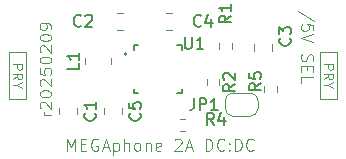
<source format=gto>
G04 #@! TF.GenerationSoftware,KiCad,Pcbnew,9.0.1+1*
G04 #@! TF.CreationDate,2025-11-12T15:12:04+00:00*
G04 #@! TF.ProjectId,high-efficiency_dc-dc_converter,68696768-2d65-4666-9669-6369656e6379,rev?*
G04 #@! TF.SameCoordinates,Original*
G04 #@! TF.FileFunction,Legend,Top*
G04 #@! TF.FilePolarity,Positive*
%FSLAX46Y46*%
G04 Gerber Fmt 4.6, Leading zero omitted, Abs format (unit mm)*
G04 Created by KiCad (PCBNEW 9.0.1+1) date 2025-11-12 15:12:04*
%MOMM*%
%LPD*%
G01*
G04 APERTURE LIST*
%ADD10C,0.100000*%
%ADD11C,0.150000*%
%ADD12C,0.120000*%
%ADD13C,0.127000*%
%ADD14C,0.200000*%
%ADD15R,2.000000X2.540000*%
G04 APERTURE END LIST*
D10*
X53212419Y-44146115D02*
X52545752Y-44146115D01*
X52736228Y-44146115D02*
X52640990Y-44098496D01*
X52640990Y-44098496D02*
X52593371Y-44050877D01*
X52593371Y-44050877D02*
X52545752Y-43955639D01*
X52545752Y-43955639D02*
X52545752Y-43860401D01*
X52307657Y-43574686D02*
X52260038Y-43527067D01*
X52260038Y-43527067D02*
X52212419Y-43431829D01*
X52212419Y-43431829D02*
X52212419Y-43193734D01*
X52212419Y-43193734D02*
X52260038Y-43098496D01*
X52260038Y-43098496D02*
X52307657Y-43050877D01*
X52307657Y-43050877D02*
X52402895Y-43003258D01*
X52402895Y-43003258D02*
X52498133Y-43003258D01*
X52498133Y-43003258D02*
X52640990Y-43050877D01*
X52640990Y-43050877D02*
X53212419Y-43622305D01*
X53212419Y-43622305D02*
X53212419Y-43003258D01*
X52212419Y-42384210D02*
X52212419Y-42288972D01*
X52212419Y-42288972D02*
X52260038Y-42193734D01*
X52260038Y-42193734D02*
X52307657Y-42146115D01*
X52307657Y-42146115D02*
X52402895Y-42098496D01*
X52402895Y-42098496D02*
X52593371Y-42050877D01*
X52593371Y-42050877D02*
X52831466Y-42050877D01*
X52831466Y-42050877D02*
X53021942Y-42098496D01*
X53021942Y-42098496D02*
X53117180Y-42146115D01*
X53117180Y-42146115D02*
X53164800Y-42193734D01*
X53164800Y-42193734D02*
X53212419Y-42288972D01*
X53212419Y-42288972D02*
X53212419Y-42384210D01*
X53212419Y-42384210D02*
X53164800Y-42479448D01*
X53164800Y-42479448D02*
X53117180Y-42527067D01*
X53117180Y-42527067D02*
X53021942Y-42574686D01*
X53021942Y-42574686D02*
X52831466Y-42622305D01*
X52831466Y-42622305D02*
X52593371Y-42622305D01*
X52593371Y-42622305D02*
X52402895Y-42574686D01*
X52402895Y-42574686D02*
X52307657Y-42527067D01*
X52307657Y-42527067D02*
X52260038Y-42479448D01*
X52260038Y-42479448D02*
X52212419Y-42384210D01*
X52307657Y-41669924D02*
X52260038Y-41622305D01*
X52260038Y-41622305D02*
X52212419Y-41527067D01*
X52212419Y-41527067D02*
X52212419Y-41288972D01*
X52212419Y-41288972D02*
X52260038Y-41193734D01*
X52260038Y-41193734D02*
X52307657Y-41146115D01*
X52307657Y-41146115D02*
X52402895Y-41098496D01*
X52402895Y-41098496D02*
X52498133Y-41098496D01*
X52498133Y-41098496D02*
X52640990Y-41146115D01*
X52640990Y-41146115D02*
X53212419Y-41717543D01*
X53212419Y-41717543D02*
X53212419Y-41098496D01*
X52212419Y-40193734D02*
X52212419Y-40669924D01*
X52212419Y-40669924D02*
X52688609Y-40717543D01*
X52688609Y-40717543D02*
X52640990Y-40669924D01*
X52640990Y-40669924D02*
X52593371Y-40574686D01*
X52593371Y-40574686D02*
X52593371Y-40336591D01*
X52593371Y-40336591D02*
X52640990Y-40241353D01*
X52640990Y-40241353D02*
X52688609Y-40193734D01*
X52688609Y-40193734D02*
X52783847Y-40146115D01*
X52783847Y-40146115D02*
X53021942Y-40146115D01*
X53021942Y-40146115D02*
X53117180Y-40193734D01*
X53117180Y-40193734D02*
X53164800Y-40241353D01*
X53164800Y-40241353D02*
X53212419Y-40336591D01*
X53212419Y-40336591D02*
X53212419Y-40574686D01*
X53212419Y-40574686D02*
X53164800Y-40669924D01*
X53164800Y-40669924D02*
X53117180Y-40717543D01*
X52212419Y-39527067D02*
X52212419Y-39431829D01*
X52212419Y-39431829D02*
X52260038Y-39336591D01*
X52260038Y-39336591D02*
X52307657Y-39288972D01*
X52307657Y-39288972D02*
X52402895Y-39241353D01*
X52402895Y-39241353D02*
X52593371Y-39193734D01*
X52593371Y-39193734D02*
X52831466Y-39193734D01*
X52831466Y-39193734D02*
X53021942Y-39241353D01*
X53021942Y-39241353D02*
X53117180Y-39288972D01*
X53117180Y-39288972D02*
X53164800Y-39336591D01*
X53164800Y-39336591D02*
X53212419Y-39431829D01*
X53212419Y-39431829D02*
X53212419Y-39527067D01*
X53212419Y-39527067D02*
X53164800Y-39622305D01*
X53164800Y-39622305D02*
X53117180Y-39669924D01*
X53117180Y-39669924D02*
X53021942Y-39717543D01*
X53021942Y-39717543D02*
X52831466Y-39765162D01*
X52831466Y-39765162D02*
X52593371Y-39765162D01*
X52593371Y-39765162D02*
X52402895Y-39717543D01*
X52402895Y-39717543D02*
X52307657Y-39669924D01*
X52307657Y-39669924D02*
X52260038Y-39622305D01*
X52260038Y-39622305D02*
X52212419Y-39527067D01*
X52307657Y-38812781D02*
X52260038Y-38765162D01*
X52260038Y-38765162D02*
X52212419Y-38669924D01*
X52212419Y-38669924D02*
X52212419Y-38431829D01*
X52212419Y-38431829D02*
X52260038Y-38336591D01*
X52260038Y-38336591D02*
X52307657Y-38288972D01*
X52307657Y-38288972D02*
X52402895Y-38241353D01*
X52402895Y-38241353D02*
X52498133Y-38241353D01*
X52498133Y-38241353D02*
X52640990Y-38288972D01*
X52640990Y-38288972D02*
X53212419Y-38860400D01*
X53212419Y-38860400D02*
X53212419Y-38241353D01*
X52212419Y-37622305D02*
X52212419Y-37527067D01*
X52212419Y-37527067D02*
X52260038Y-37431829D01*
X52260038Y-37431829D02*
X52307657Y-37384210D01*
X52307657Y-37384210D02*
X52402895Y-37336591D01*
X52402895Y-37336591D02*
X52593371Y-37288972D01*
X52593371Y-37288972D02*
X52831466Y-37288972D01*
X52831466Y-37288972D02*
X53021942Y-37336591D01*
X53021942Y-37336591D02*
X53117180Y-37384210D01*
X53117180Y-37384210D02*
X53164800Y-37431829D01*
X53164800Y-37431829D02*
X53212419Y-37527067D01*
X53212419Y-37527067D02*
X53212419Y-37622305D01*
X53212419Y-37622305D02*
X53164800Y-37717543D01*
X53164800Y-37717543D02*
X53117180Y-37765162D01*
X53117180Y-37765162D02*
X53021942Y-37812781D01*
X53021942Y-37812781D02*
X52831466Y-37860400D01*
X52831466Y-37860400D02*
X52593371Y-37860400D01*
X52593371Y-37860400D02*
X52402895Y-37812781D01*
X52402895Y-37812781D02*
X52307657Y-37765162D01*
X52307657Y-37765162D02*
X52260038Y-37717543D01*
X52260038Y-37717543D02*
X52212419Y-37622305D01*
X53212419Y-36812781D02*
X53212419Y-36622305D01*
X53212419Y-36622305D02*
X53164800Y-36527067D01*
X53164800Y-36527067D02*
X53117180Y-36479448D01*
X53117180Y-36479448D02*
X52974323Y-36384210D01*
X52974323Y-36384210D02*
X52783847Y-36336591D01*
X52783847Y-36336591D02*
X52402895Y-36336591D01*
X52402895Y-36336591D02*
X52307657Y-36384210D01*
X52307657Y-36384210D02*
X52260038Y-36431829D01*
X52260038Y-36431829D02*
X52212419Y-36527067D01*
X52212419Y-36527067D02*
X52212419Y-36717543D01*
X52212419Y-36717543D02*
X52260038Y-36812781D01*
X52260038Y-36812781D02*
X52307657Y-36860400D01*
X52307657Y-36860400D02*
X52402895Y-36908019D01*
X52402895Y-36908019D02*
X52640990Y-36908019D01*
X52640990Y-36908019D02*
X52736228Y-36860400D01*
X52736228Y-36860400D02*
X52783847Y-36812781D01*
X52783847Y-36812781D02*
X52831466Y-36717543D01*
X52831466Y-36717543D02*
X52831466Y-36527067D01*
X52831466Y-36527067D02*
X52783847Y-36431829D01*
X52783847Y-36431829D02*
X52736228Y-36384210D01*
X52736228Y-36384210D02*
X52640990Y-36336591D01*
X75419891Y-36144333D02*
X74134176Y-35287191D01*
X75372271Y-36953857D02*
X75372271Y-36477667D01*
X75372271Y-36477667D02*
X74896081Y-36430048D01*
X74896081Y-36430048D02*
X74943700Y-36477667D01*
X74943700Y-36477667D02*
X74991319Y-36572905D01*
X74991319Y-36572905D02*
X74991319Y-36811000D01*
X74991319Y-36811000D02*
X74943700Y-36906238D01*
X74943700Y-36906238D02*
X74896081Y-36953857D01*
X74896081Y-36953857D02*
X74800843Y-37001476D01*
X74800843Y-37001476D02*
X74562748Y-37001476D01*
X74562748Y-37001476D02*
X74467510Y-36953857D01*
X74467510Y-36953857D02*
X74419891Y-36906238D01*
X74419891Y-36906238D02*
X74372271Y-36811000D01*
X74372271Y-36811000D02*
X74372271Y-36572905D01*
X74372271Y-36572905D02*
X74419891Y-36477667D01*
X74419891Y-36477667D02*
X74467510Y-36430048D01*
X75372271Y-37287191D02*
X74372271Y-37620524D01*
X74372271Y-37620524D02*
X75372271Y-37953857D01*
X74419891Y-39001477D02*
X74372271Y-39144334D01*
X74372271Y-39144334D02*
X74372271Y-39382429D01*
X74372271Y-39382429D02*
X74419891Y-39477667D01*
X74419891Y-39477667D02*
X74467510Y-39525286D01*
X74467510Y-39525286D02*
X74562748Y-39572905D01*
X74562748Y-39572905D02*
X74657986Y-39572905D01*
X74657986Y-39572905D02*
X74753224Y-39525286D01*
X74753224Y-39525286D02*
X74800843Y-39477667D01*
X74800843Y-39477667D02*
X74848462Y-39382429D01*
X74848462Y-39382429D02*
X74896081Y-39191953D01*
X74896081Y-39191953D02*
X74943700Y-39096715D01*
X74943700Y-39096715D02*
X74991319Y-39049096D01*
X74991319Y-39049096D02*
X75086557Y-39001477D01*
X75086557Y-39001477D02*
X75181795Y-39001477D01*
X75181795Y-39001477D02*
X75277033Y-39049096D01*
X75277033Y-39049096D02*
X75324652Y-39096715D01*
X75324652Y-39096715D02*
X75372271Y-39191953D01*
X75372271Y-39191953D02*
X75372271Y-39430048D01*
X75372271Y-39430048D02*
X75324652Y-39572905D01*
X74896081Y-40001477D02*
X74896081Y-40334810D01*
X74372271Y-40477667D02*
X74372271Y-40001477D01*
X74372271Y-40001477D02*
X75372271Y-40001477D01*
X75372271Y-40001477D02*
X75372271Y-40477667D01*
X74372271Y-41382429D02*
X74372271Y-40906239D01*
X74372271Y-40906239D02*
X75372271Y-40906239D01*
X54563884Y-47152419D02*
X54563884Y-46152419D01*
X54563884Y-46152419D02*
X54897217Y-46866704D01*
X54897217Y-46866704D02*
X55230550Y-46152419D01*
X55230550Y-46152419D02*
X55230550Y-47152419D01*
X55706741Y-46628609D02*
X56040074Y-46628609D01*
X56182931Y-47152419D02*
X55706741Y-47152419D01*
X55706741Y-47152419D02*
X55706741Y-46152419D01*
X55706741Y-46152419D02*
X56182931Y-46152419D01*
X57135312Y-46200038D02*
X57040074Y-46152419D01*
X57040074Y-46152419D02*
X56897217Y-46152419D01*
X56897217Y-46152419D02*
X56754360Y-46200038D01*
X56754360Y-46200038D02*
X56659122Y-46295276D01*
X56659122Y-46295276D02*
X56611503Y-46390514D01*
X56611503Y-46390514D02*
X56563884Y-46580990D01*
X56563884Y-46580990D02*
X56563884Y-46723847D01*
X56563884Y-46723847D02*
X56611503Y-46914323D01*
X56611503Y-46914323D02*
X56659122Y-47009561D01*
X56659122Y-47009561D02*
X56754360Y-47104800D01*
X56754360Y-47104800D02*
X56897217Y-47152419D01*
X56897217Y-47152419D02*
X56992455Y-47152419D01*
X56992455Y-47152419D02*
X57135312Y-47104800D01*
X57135312Y-47104800D02*
X57182931Y-47057180D01*
X57182931Y-47057180D02*
X57182931Y-46723847D01*
X57182931Y-46723847D02*
X56992455Y-46723847D01*
X57563884Y-46866704D02*
X58040074Y-46866704D01*
X57468646Y-47152419D02*
X57801979Y-46152419D01*
X57801979Y-46152419D02*
X58135312Y-47152419D01*
X58468646Y-46485752D02*
X58468646Y-47485752D01*
X58468646Y-46533371D02*
X58563884Y-46485752D01*
X58563884Y-46485752D02*
X58754360Y-46485752D01*
X58754360Y-46485752D02*
X58849598Y-46533371D01*
X58849598Y-46533371D02*
X58897217Y-46580990D01*
X58897217Y-46580990D02*
X58944836Y-46676228D01*
X58944836Y-46676228D02*
X58944836Y-46961942D01*
X58944836Y-46961942D02*
X58897217Y-47057180D01*
X58897217Y-47057180D02*
X58849598Y-47104800D01*
X58849598Y-47104800D02*
X58754360Y-47152419D01*
X58754360Y-47152419D02*
X58563884Y-47152419D01*
X58563884Y-47152419D02*
X58468646Y-47104800D01*
X59373408Y-47152419D02*
X59373408Y-46152419D01*
X59801979Y-47152419D02*
X59801979Y-46628609D01*
X59801979Y-46628609D02*
X59754360Y-46533371D01*
X59754360Y-46533371D02*
X59659122Y-46485752D01*
X59659122Y-46485752D02*
X59516265Y-46485752D01*
X59516265Y-46485752D02*
X59421027Y-46533371D01*
X59421027Y-46533371D02*
X59373408Y-46580990D01*
X60421027Y-47152419D02*
X60325789Y-47104800D01*
X60325789Y-47104800D02*
X60278170Y-47057180D01*
X60278170Y-47057180D02*
X60230551Y-46961942D01*
X60230551Y-46961942D02*
X60230551Y-46676228D01*
X60230551Y-46676228D02*
X60278170Y-46580990D01*
X60278170Y-46580990D02*
X60325789Y-46533371D01*
X60325789Y-46533371D02*
X60421027Y-46485752D01*
X60421027Y-46485752D02*
X60563884Y-46485752D01*
X60563884Y-46485752D02*
X60659122Y-46533371D01*
X60659122Y-46533371D02*
X60706741Y-46580990D01*
X60706741Y-46580990D02*
X60754360Y-46676228D01*
X60754360Y-46676228D02*
X60754360Y-46961942D01*
X60754360Y-46961942D02*
X60706741Y-47057180D01*
X60706741Y-47057180D02*
X60659122Y-47104800D01*
X60659122Y-47104800D02*
X60563884Y-47152419D01*
X60563884Y-47152419D02*
X60421027Y-47152419D01*
X61182932Y-46485752D02*
X61182932Y-47152419D01*
X61182932Y-46580990D02*
X61230551Y-46533371D01*
X61230551Y-46533371D02*
X61325789Y-46485752D01*
X61325789Y-46485752D02*
X61468646Y-46485752D01*
X61468646Y-46485752D02*
X61563884Y-46533371D01*
X61563884Y-46533371D02*
X61611503Y-46628609D01*
X61611503Y-46628609D02*
X61611503Y-47152419D01*
X62468646Y-47104800D02*
X62373408Y-47152419D01*
X62373408Y-47152419D02*
X62182932Y-47152419D01*
X62182932Y-47152419D02*
X62087694Y-47104800D01*
X62087694Y-47104800D02*
X62040075Y-47009561D01*
X62040075Y-47009561D02*
X62040075Y-46628609D01*
X62040075Y-46628609D02*
X62087694Y-46533371D01*
X62087694Y-46533371D02*
X62182932Y-46485752D01*
X62182932Y-46485752D02*
X62373408Y-46485752D01*
X62373408Y-46485752D02*
X62468646Y-46533371D01*
X62468646Y-46533371D02*
X62516265Y-46628609D01*
X62516265Y-46628609D02*
X62516265Y-46723847D01*
X62516265Y-46723847D02*
X62040075Y-46819085D01*
X63659123Y-46247657D02*
X63706742Y-46200038D01*
X63706742Y-46200038D02*
X63801980Y-46152419D01*
X63801980Y-46152419D02*
X64040075Y-46152419D01*
X64040075Y-46152419D02*
X64135313Y-46200038D01*
X64135313Y-46200038D02*
X64182932Y-46247657D01*
X64182932Y-46247657D02*
X64230551Y-46342895D01*
X64230551Y-46342895D02*
X64230551Y-46438133D01*
X64230551Y-46438133D02*
X64182932Y-46580990D01*
X64182932Y-46580990D02*
X63611504Y-47152419D01*
X63611504Y-47152419D02*
X64230551Y-47152419D01*
X64611504Y-46866704D02*
X65087694Y-46866704D01*
X64516266Y-47152419D02*
X64849599Y-46152419D01*
X64849599Y-46152419D02*
X65182932Y-47152419D01*
X66278171Y-47152419D02*
X66278171Y-46152419D01*
X66278171Y-46152419D02*
X66516266Y-46152419D01*
X66516266Y-46152419D02*
X66659123Y-46200038D01*
X66659123Y-46200038D02*
X66754361Y-46295276D01*
X66754361Y-46295276D02*
X66801980Y-46390514D01*
X66801980Y-46390514D02*
X66849599Y-46580990D01*
X66849599Y-46580990D02*
X66849599Y-46723847D01*
X66849599Y-46723847D02*
X66801980Y-46914323D01*
X66801980Y-46914323D02*
X66754361Y-47009561D01*
X66754361Y-47009561D02*
X66659123Y-47104800D01*
X66659123Y-47104800D02*
X66516266Y-47152419D01*
X66516266Y-47152419D02*
X66278171Y-47152419D01*
X67849599Y-47057180D02*
X67801980Y-47104800D01*
X67801980Y-47104800D02*
X67659123Y-47152419D01*
X67659123Y-47152419D02*
X67563885Y-47152419D01*
X67563885Y-47152419D02*
X67421028Y-47104800D01*
X67421028Y-47104800D02*
X67325790Y-47009561D01*
X67325790Y-47009561D02*
X67278171Y-46914323D01*
X67278171Y-46914323D02*
X67230552Y-46723847D01*
X67230552Y-46723847D02*
X67230552Y-46580990D01*
X67230552Y-46580990D02*
X67278171Y-46390514D01*
X67278171Y-46390514D02*
X67325790Y-46295276D01*
X67325790Y-46295276D02*
X67421028Y-46200038D01*
X67421028Y-46200038D02*
X67563885Y-46152419D01*
X67563885Y-46152419D02*
X67659123Y-46152419D01*
X67659123Y-46152419D02*
X67801980Y-46200038D01*
X67801980Y-46200038D02*
X67849599Y-46247657D01*
X68278171Y-47057180D02*
X68325790Y-47104800D01*
X68325790Y-47104800D02*
X68278171Y-47152419D01*
X68278171Y-47152419D02*
X68230552Y-47104800D01*
X68230552Y-47104800D02*
X68278171Y-47057180D01*
X68278171Y-47057180D02*
X68278171Y-47152419D01*
X68278171Y-46533371D02*
X68325790Y-46580990D01*
X68325790Y-46580990D02*
X68278171Y-46628609D01*
X68278171Y-46628609D02*
X68230552Y-46580990D01*
X68230552Y-46580990D02*
X68278171Y-46533371D01*
X68278171Y-46533371D02*
X68278171Y-46628609D01*
X68754361Y-47152419D02*
X68754361Y-46152419D01*
X68754361Y-46152419D02*
X68992456Y-46152419D01*
X68992456Y-46152419D02*
X69135313Y-46200038D01*
X69135313Y-46200038D02*
X69230551Y-46295276D01*
X69230551Y-46295276D02*
X69278170Y-46390514D01*
X69278170Y-46390514D02*
X69325789Y-46580990D01*
X69325789Y-46580990D02*
X69325789Y-46723847D01*
X69325789Y-46723847D02*
X69278170Y-46914323D01*
X69278170Y-46914323D02*
X69230551Y-47009561D01*
X69230551Y-47009561D02*
X69135313Y-47104800D01*
X69135313Y-47104800D02*
X68992456Y-47152419D01*
X68992456Y-47152419D02*
X68754361Y-47152419D01*
X70325789Y-47057180D02*
X70278170Y-47104800D01*
X70278170Y-47104800D02*
X70135313Y-47152419D01*
X70135313Y-47152419D02*
X70040075Y-47152419D01*
X70040075Y-47152419D02*
X69897218Y-47104800D01*
X69897218Y-47104800D02*
X69801980Y-47009561D01*
X69801980Y-47009561D02*
X69754361Y-46914323D01*
X69754361Y-46914323D02*
X69706742Y-46723847D01*
X69706742Y-46723847D02*
X69706742Y-46580990D01*
X69706742Y-46580990D02*
X69754361Y-46390514D01*
X69754361Y-46390514D02*
X69801980Y-46295276D01*
X69801980Y-46295276D02*
X69897218Y-46200038D01*
X69897218Y-46200038D02*
X70040075Y-46152419D01*
X70040075Y-46152419D02*
X70135313Y-46152419D01*
X70135313Y-46152419D02*
X70278170Y-46200038D01*
X70278170Y-46200038D02*
X70325789Y-46247657D01*
D11*
X60684580Y-43981666D02*
X60732200Y-44029285D01*
X60732200Y-44029285D02*
X60779819Y-44172142D01*
X60779819Y-44172142D02*
X60779819Y-44267380D01*
X60779819Y-44267380D02*
X60732200Y-44410237D01*
X60732200Y-44410237D02*
X60636961Y-44505475D01*
X60636961Y-44505475D02*
X60541723Y-44553094D01*
X60541723Y-44553094D02*
X60351247Y-44600713D01*
X60351247Y-44600713D02*
X60208390Y-44600713D01*
X60208390Y-44600713D02*
X60017914Y-44553094D01*
X60017914Y-44553094D02*
X59922676Y-44505475D01*
X59922676Y-44505475D02*
X59827438Y-44410237D01*
X59827438Y-44410237D02*
X59779819Y-44267380D01*
X59779819Y-44267380D02*
X59779819Y-44172142D01*
X59779819Y-44172142D02*
X59827438Y-44029285D01*
X59827438Y-44029285D02*
X59875057Y-43981666D01*
X59779819Y-43076904D02*
X59779819Y-43553094D01*
X59779819Y-43553094D02*
X60256009Y-43600713D01*
X60256009Y-43600713D02*
X60208390Y-43553094D01*
X60208390Y-43553094D02*
X60160771Y-43457856D01*
X60160771Y-43457856D02*
X60160771Y-43219761D01*
X60160771Y-43219761D02*
X60208390Y-43124523D01*
X60208390Y-43124523D02*
X60256009Y-43076904D01*
X60256009Y-43076904D02*
X60351247Y-43029285D01*
X60351247Y-43029285D02*
X60589342Y-43029285D01*
X60589342Y-43029285D02*
X60684580Y-43076904D01*
X60684580Y-43076904D02*
X60732200Y-43124523D01*
X60732200Y-43124523D02*
X60779819Y-43219761D01*
X60779819Y-43219761D02*
X60779819Y-43457856D01*
X60779819Y-43457856D02*
X60732200Y-43553094D01*
X60732200Y-43553094D02*
X60684580Y-43600713D01*
X70944819Y-41446666D02*
X70468628Y-41779999D01*
X70944819Y-42018094D02*
X69944819Y-42018094D01*
X69944819Y-42018094D02*
X69944819Y-41637142D01*
X69944819Y-41637142D02*
X69992438Y-41541904D01*
X69992438Y-41541904D02*
X70040057Y-41494285D01*
X70040057Y-41494285D02*
X70135295Y-41446666D01*
X70135295Y-41446666D02*
X70278152Y-41446666D01*
X70278152Y-41446666D02*
X70373390Y-41494285D01*
X70373390Y-41494285D02*
X70421009Y-41541904D01*
X70421009Y-41541904D02*
X70468628Y-41637142D01*
X70468628Y-41637142D02*
X70468628Y-42018094D01*
X69944819Y-40541904D02*
X69944819Y-41018094D01*
X69944819Y-41018094D02*
X70421009Y-41065713D01*
X70421009Y-41065713D02*
X70373390Y-41018094D01*
X70373390Y-41018094D02*
X70325771Y-40922856D01*
X70325771Y-40922856D02*
X70325771Y-40684761D01*
X70325771Y-40684761D02*
X70373390Y-40589523D01*
X70373390Y-40589523D02*
X70421009Y-40541904D01*
X70421009Y-40541904D02*
X70516247Y-40494285D01*
X70516247Y-40494285D02*
X70754342Y-40494285D01*
X70754342Y-40494285D02*
X70849580Y-40541904D01*
X70849580Y-40541904D02*
X70897200Y-40589523D01*
X70897200Y-40589523D02*
X70944819Y-40684761D01*
X70944819Y-40684761D02*
X70944819Y-40922856D01*
X70944819Y-40922856D02*
X70897200Y-41018094D01*
X70897200Y-41018094D02*
X70849580Y-41065713D01*
X64508095Y-37534819D02*
X64508095Y-38344342D01*
X64508095Y-38344342D02*
X64555714Y-38439580D01*
X64555714Y-38439580D02*
X64603333Y-38487200D01*
X64603333Y-38487200D02*
X64698571Y-38534819D01*
X64698571Y-38534819D02*
X64889047Y-38534819D01*
X64889047Y-38534819D02*
X64984285Y-38487200D01*
X64984285Y-38487200D02*
X65031904Y-38439580D01*
X65031904Y-38439580D02*
X65079523Y-38344342D01*
X65079523Y-38344342D02*
X65079523Y-37534819D01*
X66079523Y-38534819D02*
X65508095Y-38534819D01*
X65793809Y-38534819D02*
X65793809Y-37534819D01*
X65793809Y-37534819D02*
X65698571Y-37677676D01*
X65698571Y-37677676D02*
X65603333Y-37772914D01*
X65603333Y-37772914D02*
X65508095Y-37820533D01*
X56874580Y-43981666D02*
X56922200Y-44029285D01*
X56922200Y-44029285D02*
X56969819Y-44172142D01*
X56969819Y-44172142D02*
X56969819Y-44267380D01*
X56969819Y-44267380D02*
X56922200Y-44410237D01*
X56922200Y-44410237D02*
X56826961Y-44505475D01*
X56826961Y-44505475D02*
X56731723Y-44553094D01*
X56731723Y-44553094D02*
X56541247Y-44600713D01*
X56541247Y-44600713D02*
X56398390Y-44600713D01*
X56398390Y-44600713D02*
X56207914Y-44553094D01*
X56207914Y-44553094D02*
X56112676Y-44505475D01*
X56112676Y-44505475D02*
X56017438Y-44410237D01*
X56017438Y-44410237D02*
X55969819Y-44267380D01*
X55969819Y-44267380D02*
X55969819Y-44172142D01*
X55969819Y-44172142D02*
X56017438Y-44029285D01*
X56017438Y-44029285D02*
X56065057Y-43981666D01*
X56969819Y-43029285D02*
X56969819Y-43600713D01*
X56969819Y-43314999D02*
X55969819Y-43314999D01*
X55969819Y-43314999D02*
X56112676Y-43410237D01*
X56112676Y-43410237D02*
X56207914Y-43505475D01*
X56207914Y-43505475D02*
X56255533Y-43600713D01*
X55713333Y-36554580D02*
X55665714Y-36602200D01*
X55665714Y-36602200D02*
X55522857Y-36649819D01*
X55522857Y-36649819D02*
X55427619Y-36649819D01*
X55427619Y-36649819D02*
X55284762Y-36602200D01*
X55284762Y-36602200D02*
X55189524Y-36506961D01*
X55189524Y-36506961D02*
X55141905Y-36411723D01*
X55141905Y-36411723D02*
X55094286Y-36221247D01*
X55094286Y-36221247D02*
X55094286Y-36078390D01*
X55094286Y-36078390D02*
X55141905Y-35887914D01*
X55141905Y-35887914D02*
X55189524Y-35792676D01*
X55189524Y-35792676D02*
X55284762Y-35697438D01*
X55284762Y-35697438D02*
X55427619Y-35649819D01*
X55427619Y-35649819D02*
X55522857Y-35649819D01*
X55522857Y-35649819D02*
X55665714Y-35697438D01*
X55665714Y-35697438D02*
X55713333Y-35745057D01*
X56094286Y-35745057D02*
X56141905Y-35697438D01*
X56141905Y-35697438D02*
X56237143Y-35649819D01*
X56237143Y-35649819D02*
X56475238Y-35649819D01*
X56475238Y-35649819D02*
X56570476Y-35697438D01*
X56570476Y-35697438D02*
X56618095Y-35745057D01*
X56618095Y-35745057D02*
X56665714Y-35840295D01*
X56665714Y-35840295D02*
X56665714Y-35935533D01*
X56665714Y-35935533D02*
X56618095Y-36078390D01*
X56618095Y-36078390D02*
X56046667Y-36649819D01*
X56046667Y-36649819D02*
X56665714Y-36649819D01*
X65296666Y-42704819D02*
X65296666Y-43419104D01*
X65296666Y-43419104D02*
X65249047Y-43561961D01*
X65249047Y-43561961D02*
X65153809Y-43657200D01*
X65153809Y-43657200D02*
X65010952Y-43704819D01*
X65010952Y-43704819D02*
X64915714Y-43704819D01*
X65772857Y-43704819D02*
X65772857Y-42704819D01*
X65772857Y-42704819D02*
X66153809Y-42704819D01*
X66153809Y-42704819D02*
X66249047Y-42752438D01*
X66249047Y-42752438D02*
X66296666Y-42800057D01*
X66296666Y-42800057D02*
X66344285Y-42895295D01*
X66344285Y-42895295D02*
X66344285Y-43038152D01*
X66344285Y-43038152D02*
X66296666Y-43133390D01*
X66296666Y-43133390D02*
X66249047Y-43181009D01*
X66249047Y-43181009D02*
X66153809Y-43228628D01*
X66153809Y-43228628D02*
X65772857Y-43228628D01*
X67296666Y-43704819D02*
X66725238Y-43704819D01*
X67010952Y-43704819D02*
X67010952Y-42704819D01*
X67010952Y-42704819D02*
X66915714Y-42847676D01*
X66915714Y-42847676D02*
X66820476Y-42942914D01*
X66820476Y-42942914D02*
X66725238Y-42990533D01*
X68764819Y-41516666D02*
X68288628Y-41849999D01*
X68764819Y-42088094D02*
X67764819Y-42088094D01*
X67764819Y-42088094D02*
X67764819Y-41707142D01*
X67764819Y-41707142D02*
X67812438Y-41611904D01*
X67812438Y-41611904D02*
X67860057Y-41564285D01*
X67860057Y-41564285D02*
X67955295Y-41516666D01*
X67955295Y-41516666D02*
X68098152Y-41516666D01*
X68098152Y-41516666D02*
X68193390Y-41564285D01*
X68193390Y-41564285D02*
X68241009Y-41611904D01*
X68241009Y-41611904D02*
X68288628Y-41707142D01*
X68288628Y-41707142D02*
X68288628Y-42088094D01*
X67860057Y-41135713D02*
X67812438Y-41088094D01*
X67812438Y-41088094D02*
X67764819Y-40992856D01*
X67764819Y-40992856D02*
X67764819Y-40754761D01*
X67764819Y-40754761D02*
X67812438Y-40659523D01*
X67812438Y-40659523D02*
X67860057Y-40611904D01*
X67860057Y-40611904D02*
X67955295Y-40564285D01*
X67955295Y-40564285D02*
X68050533Y-40564285D01*
X68050533Y-40564285D02*
X68193390Y-40611904D01*
X68193390Y-40611904D02*
X68764819Y-41183332D01*
X68764819Y-41183332D02*
X68764819Y-40564285D01*
X65873333Y-36554580D02*
X65825714Y-36602200D01*
X65825714Y-36602200D02*
X65682857Y-36649819D01*
X65682857Y-36649819D02*
X65587619Y-36649819D01*
X65587619Y-36649819D02*
X65444762Y-36602200D01*
X65444762Y-36602200D02*
X65349524Y-36506961D01*
X65349524Y-36506961D02*
X65301905Y-36411723D01*
X65301905Y-36411723D02*
X65254286Y-36221247D01*
X65254286Y-36221247D02*
X65254286Y-36078390D01*
X65254286Y-36078390D02*
X65301905Y-35887914D01*
X65301905Y-35887914D02*
X65349524Y-35792676D01*
X65349524Y-35792676D02*
X65444762Y-35697438D01*
X65444762Y-35697438D02*
X65587619Y-35649819D01*
X65587619Y-35649819D02*
X65682857Y-35649819D01*
X65682857Y-35649819D02*
X65825714Y-35697438D01*
X65825714Y-35697438D02*
X65873333Y-35745057D01*
X66730476Y-35983152D02*
X66730476Y-36649819D01*
X66492381Y-35602200D02*
X66254286Y-36316485D01*
X66254286Y-36316485D02*
X66873333Y-36316485D01*
X66978333Y-44954819D02*
X66645000Y-44478628D01*
X66406905Y-44954819D02*
X66406905Y-43954819D01*
X66406905Y-43954819D02*
X66787857Y-43954819D01*
X66787857Y-43954819D02*
X66883095Y-44002438D01*
X66883095Y-44002438D02*
X66930714Y-44050057D01*
X66930714Y-44050057D02*
X66978333Y-44145295D01*
X66978333Y-44145295D02*
X66978333Y-44288152D01*
X66978333Y-44288152D02*
X66930714Y-44383390D01*
X66930714Y-44383390D02*
X66883095Y-44431009D01*
X66883095Y-44431009D02*
X66787857Y-44478628D01*
X66787857Y-44478628D02*
X66406905Y-44478628D01*
X67835476Y-44288152D02*
X67835476Y-44954819D01*
X67597381Y-43907200D02*
X67359286Y-44621485D01*
X67359286Y-44621485D02*
X67978333Y-44621485D01*
X68399819Y-35726666D02*
X67923628Y-36059999D01*
X68399819Y-36298094D02*
X67399819Y-36298094D01*
X67399819Y-36298094D02*
X67399819Y-35917142D01*
X67399819Y-35917142D02*
X67447438Y-35821904D01*
X67447438Y-35821904D02*
X67495057Y-35774285D01*
X67495057Y-35774285D02*
X67590295Y-35726666D01*
X67590295Y-35726666D02*
X67733152Y-35726666D01*
X67733152Y-35726666D02*
X67828390Y-35774285D01*
X67828390Y-35774285D02*
X67876009Y-35821904D01*
X67876009Y-35821904D02*
X67923628Y-35917142D01*
X67923628Y-35917142D02*
X67923628Y-36298094D01*
X68399819Y-34774285D02*
X68399819Y-35345713D01*
X68399819Y-35059999D02*
X67399819Y-35059999D01*
X67399819Y-35059999D02*
X67542676Y-35155237D01*
X67542676Y-35155237D02*
X67637914Y-35250475D01*
X67637914Y-35250475D02*
X67685533Y-35345713D01*
X55554819Y-39731666D02*
X55554819Y-40207856D01*
X55554819Y-40207856D02*
X54554819Y-40207856D01*
X55554819Y-38874523D02*
X55554819Y-39445951D01*
X55554819Y-39160237D02*
X54554819Y-39160237D01*
X54554819Y-39160237D02*
X54697676Y-39255475D01*
X54697676Y-39255475D02*
X54792914Y-39350713D01*
X54792914Y-39350713D02*
X54840533Y-39445951D01*
X73384580Y-37631666D02*
X73432200Y-37679285D01*
X73432200Y-37679285D02*
X73479819Y-37822142D01*
X73479819Y-37822142D02*
X73479819Y-37917380D01*
X73479819Y-37917380D02*
X73432200Y-38060237D01*
X73432200Y-38060237D02*
X73336961Y-38155475D01*
X73336961Y-38155475D02*
X73241723Y-38203094D01*
X73241723Y-38203094D02*
X73051247Y-38250713D01*
X73051247Y-38250713D02*
X72908390Y-38250713D01*
X72908390Y-38250713D02*
X72717914Y-38203094D01*
X72717914Y-38203094D02*
X72622676Y-38155475D01*
X72622676Y-38155475D02*
X72527438Y-38060237D01*
X72527438Y-38060237D02*
X72479819Y-37917380D01*
X72479819Y-37917380D02*
X72479819Y-37822142D01*
X72479819Y-37822142D02*
X72527438Y-37679285D01*
X72527438Y-37679285D02*
X72575057Y-37631666D01*
X72479819Y-37298332D02*
X72479819Y-36679285D01*
X72479819Y-36679285D02*
X72860771Y-37012618D01*
X72860771Y-37012618D02*
X72860771Y-36869761D01*
X72860771Y-36869761D02*
X72908390Y-36774523D01*
X72908390Y-36774523D02*
X72956009Y-36726904D01*
X72956009Y-36726904D02*
X73051247Y-36679285D01*
X73051247Y-36679285D02*
X73289342Y-36679285D01*
X73289342Y-36679285D02*
X73384580Y-36726904D01*
X73384580Y-36726904D02*
X73432200Y-36774523D01*
X73432200Y-36774523D02*
X73479819Y-36869761D01*
X73479819Y-36869761D02*
X73479819Y-37155475D01*
X73479819Y-37155475D02*
X73432200Y-37250713D01*
X73432200Y-37250713D02*
X73384580Y-37298332D01*
D10*
X76273104Y-39832619D02*
X77073104Y-39832619D01*
X77073104Y-39832619D02*
X77073104Y-40137381D01*
X77073104Y-40137381D02*
X77035009Y-40213571D01*
X77035009Y-40213571D02*
X76996914Y-40251666D01*
X76996914Y-40251666D02*
X76920723Y-40289762D01*
X76920723Y-40289762D02*
X76806438Y-40289762D01*
X76806438Y-40289762D02*
X76730247Y-40251666D01*
X76730247Y-40251666D02*
X76692152Y-40213571D01*
X76692152Y-40213571D02*
X76654057Y-40137381D01*
X76654057Y-40137381D02*
X76654057Y-39832619D01*
X76273104Y-41089762D02*
X76654057Y-40823095D01*
X76273104Y-40632619D02*
X77073104Y-40632619D01*
X77073104Y-40632619D02*
X77073104Y-40937381D01*
X77073104Y-40937381D02*
X77035009Y-41013571D01*
X77035009Y-41013571D02*
X76996914Y-41051666D01*
X76996914Y-41051666D02*
X76920723Y-41089762D01*
X76920723Y-41089762D02*
X76806438Y-41089762D01*
X76806438Y-41089762D02*
X76730247Y-41051666D01*
X76730247Y-41051666D02*
X76692152Y-41013571D01*
X76692152Y-41013571D02*
X76654057Y-40937381D01*
X76654057Y-40937381D02*
X76654057Y-40632619D01*
X76654057Y-41585000D02*
X76273104Y-41585000D01*
X77073104Y-41318333D02*
X76654057Y-41585000D01*
X76654057Y-41585000D02*
X77073104Y-41851666D01*
X49933104Y-39832619D02*
X50733104Y-39832619D01*
X50733104Y-39832619D02*
X50733104Y-40137381D01*
X50733104Y-40137381D02*
X50695009Y-40213571D01*
X50695009Y-40213571D02*
X50656914Y-40251666D01*
X50656914Y-40251666D02*
X50580723Y-40289762D01*
X50580723Y-40289762D02*
X50466438Y-40289762D01*
X50466438Y-40289762D02*
X50390247Y-40251666D01*
X50390247Y-40251666D02*
X50352152Y-40213571D01*
X50352152Y-40213571D02*
X50314057Y-40137381D01*
X50314057Y-40137381D02*
X50314057Y-39832619D01*
X49933104Y-41089762D02*
X50314057Y-40823095D01*
X49933104Y-40632619D02*
X50733104Y-40632619D01*
X50733104Y-40632619D02*
X50733104Y-40937381D01*
X50733104Y-40937381D02*
X50695009Y-41013571D01*
X50695009Y-41013571D02*
X50656914Y-41051666D01*
X50656914Y-41051666D02*
X50580723Y-41089762D01*
X50580723Y-41089762D02*
X50466438Y-41089762D01*
X50466438Y-41089762D02*
X50390247Y-41051666D01*
X50390247Y-41051666D02*
X50352152Y-41013571D01*
X50352152Y-41013571D02*
X50314057Y-40937381D01*
X50314057Y-40937381D02*
X50314057Y-40632619D01*
X50314057Y-41585000D02*
X49933104Y-41585000D01*
X50733104Y-41318333D02*
X50314057Y-41585000D01*
X50314057Y-41585000D02*
X50733104Y-41851666D01*
D12*
X57685000Y-44076252D02*
X57685000Y-43553748D01*
X59155000Y-44076252D02*
X59155000Y-43553748D01*
X71232500Y-41672742D02*
X71232500Y-42147258D01*
X72277500Y-41672742D02*
X72277500Y-42147258D01*
D13*
X60235000Y-38245000D02*
X60235000Y-38595000D01*
X60235000Y-38245000D02*
X60585000Y-38245000D01*
X60235000Y-42245000D02*
X60235000Y-41895000D01*
X60235000Y-42245000D02*
X60585000Y-42245000D01*
X64235000Y-38245000D02*
X63885000Y-38245000D01*
X64235000Y-38245000D02*
X64235000Y-38595000D01*
X64235000Y-42245000D02*
X63885000Y-42245000D01*
X64235000Y-42245000D02*
X64235000Y-41895000D01*
D14*
X59570000Y-38975000D02*
G75*
G02*
X59370000Y-38975000I-100000J0D01*
G01*
X59370000Y-38975000D02*
G75*
G02*
X59570000Y-38975000I100000J0D01*
G01*
D12*
X53875000Y-44076252D02*
X53875000Y-43553748D01*
X55345000Y-44076252D02*
X55345000Y-43553748D01*
X59316252Y-35460000D02*
X58793748Y-35460000D01*
X59316252Y-36930000D02*
X58793748Y-36930000D01*
X67920000Y-43550000D02*
X67920000Y-42950000D01*
X68620000Y-42250000D02*
X70020000Y-42250000D01*
X70020000Y-44250000D02*
X68620000Y-44250000D01*
X70720000Y-42950000D02*
X70720000Y-43550000D01*
X67920000Y-42950000D02*
G75*
G02*
X68620000Y-42250000I699999J1D01*
G01*
X68620000Y-44250000D02*
G75*
G02*
X67920000Y-43550000I-1J699999D01*
G01*
X70020000Y-42250000D02*
G75*
G02*
X70720000Y-42950000I0J-700000D01*
G01*
X70720000Y-43550000D02*
G75*
G02*
X70020000Y-44250000I-700000J0D01*
G01*
X66357500Y-41112742D02*
X66357500Y-41587258D01*
X67402500Y-41112742D02*
X67402500Y-41587258D01*
X62918748Y-35460000D02*
X63441252Y-35460000D01*
X62918748Y-36930000D02*
X63441252Y-36930000D01*
X64062742Y-44437500D02*
X64537258Y-44437500D01*
X64062742Y-45482500D02*
X64537258Y-45482500D01*
X67422500Y-38052742D02*
X67422500Y-38527258D01*
X68467500Y-38052742D02*
X68467500Y-38527258D01*
X56040000Y-39826252D02*
X56040000Y-39303748D01*
X58260000Y-39826252D02*
X58260000Y-39303748D01*
X70385000Y-38153748D02*
X70385000Y-38676252D01*
X71855000Y-38153748D02*
X71855000Y-38676252D01*
D10*
X51079000Y-42769241D02*
X49610000Y-42769241D01*
X49610000Y-38765484D01*
X51079000Y-38765484D01*
X51079000Y-42769241D01*
X75921000Y-42769241D02*
X77390000Y-42769241D01*
X77390000Y-38765484D01*
X75921000Y-38765484D01*
X75921000Y-42769241D01*
%LPC*%
G36*
X69170000Y-42500000D02*
G01*
X69470000Y-42500000D01*
X69470000Y-44000000D01*
X69170000Y-44000000D01*
X69170000Y-42500000D01*
G37*
G36*
G01*
X58895000Y-45265000D02*
X57945000Y-45265000D01*
G75*
G02*
X57695000Y-45015000I0J250000D01*
G01*
X57695000Y-44515000D01*
G75*
G02*
X57945000Y-44265000I250000J0D01*
G01*
X58895000Y-44265000D01*
G75*
G02*
X59145000Y-44515000I0J-250000D01*
G01*
X59145000Y-45015000D01*
G75*
G02*
X58895000Y-45265000I-250000J0D01*
G01*
G37*
G36*
G01*
X58895000Y-43365000D02*
X57945000Y-43365000D01*
G75*
G02*
X57695000Y-43115000I0J250000D01*
G01*
X57695000Y-42615000D01*
G75*
G02*
X57945000Y-42365000I250000J0D01*
G01*
X58895000Y-42365000D01*
G75*
G02*
X59145000Y-42615000I0J-250000D01*
G01*
X59145000Y-43115000D01*
G75*
G02*
X58895000Y-43365000I-250000J0D01*
G01*
G37*
G36*
G01*
X71480000Y-40685000D02*
X72030000Y-40685000D01*
G75*
G02*
X72230000Y-40885000I0J-200000D01*
G01*
X72230000Y-41285000D01*
G75*
G02*
X72030000Y-41485000I-200000J0D01*
G01*
X71480000Y-41485000D01*
G75*
G02*
X71280000Y-41285000I0J200000D01*
G01*
X71280000Y-40885000D01*
G75*
G02*
X71480000Y-40685000I200000J0D01*
G01*
G37*
G36*
G01*
X71480000Y-42335000D02*
X72030000Y-42335000D01*
G75*
G02*
X72230000Y-42535000I0J-200000D01*
G01*
X72230000Y-42935000D01*
G75*
G02*
X72030000Y-43135000I-200000J0D01*
G01*
X71480000Y-43135000D01*
G75*
G02*
X71280000Y-42935000I0J200000D01*
G01*
X71280000Y-42535000D01*
G75*
G02*
X71480000Y-42335000I200000J0D01*
G01*
G37*
G36*
G01*
X59783000Y-39422750D02*
X59783000Y-39067250D01*
G75*
G02*
X59842250Y-39008000I59250J0D01*
G01*
X60757750Y-39008000D01*
G75*
G02*
X60817000Y-39067250I0J-59250D01*
G01*
X60817000Y-39422750D01*
G75*
G02*
X60757750Y-39482000I-59250J0D01*
G01*
X59842250Y-39482000D01*
G75*
G02*
X59783000Y-39422750I0J59250D01*
G01*
G37*
G36*
G01*
X59783000Y-39922750D02*
X59783000Y-39567250D01*
G75*
G02*
X59842250Y-39508000I59250J0D01*
G01*
X60757750Y-39508000D01*
G75*
G02*
X60817000Y-39567250I0J-59250D01*
G01*
X60817000Y-39922750D01*
G75*
G02*
X60757750Y-39982000I-59250J0D01*
G01*
X59842250Y-39982000D01*
G75*
G02*
X59783000Y-39922750I0J59250D01*
G01*
G37*
G36*
G01*
X59783000Y-40422750D02*
X59783000Y-40067250D01*
G75*
G02*
X59842250Y-40008000I59250J0D01*
G01*
X60757750Y-40008000D01*
G75*
G02*
X60817000Y-40067250I0J-59250D01*
G01*
X60817000Y-40422750D01*
G75*
G02*
X60757750Y-40482000I-59250J0D01*
G01*
X59842250Y-40482000D01*
G75*
G02*
X59783000Y-40422750I0J59250D01*
G01*
G37*
G36*
G01*
X59783000Y-40922750D02*
X59783000Y-40567250D01*
G75*
G02*
X59842250Y-40508000I59250J0D01*
G01*
X60757750Y-40508000D01*
G75*
G02*
X60817000Y-40567250I0J-59250D01*
G01*
X60817000Y-40922750D01*
G75*
G02*
X60757750Y-40982000I-59250J0D01*
G01*
X59842250Y-40982000D01*
G75*
G02*
X59783000Y-40922750I0J59250D01*
G01*
G37*
G36*
G01*
X59783000Y-41422750D02*
X59783000Y-41067250D01*
G75*
G02*
X59842250Y-41008000I59250J0D01*
G01*
X60757750Y-41008000D01*
G75*
G02*
X60817000Y-41067250I0J-59250D01*
G01*
X60817000Y-41422750D01*
G75*
G02*
X60757750Y-41482000I-59250J0D01*
G01*
X59842250Y-41482000D01*
G75*
G02*
X59783000Y-41422750I0J59250D01*
G01*
G37*
G36*
G01*
X60998000Y-42637750D02*
X60998000Y-41722250D01*
G75*
G02*
X61057250Y-41663000I59250J0D01*
G01*
X61412750Y-41663000D01*
G75*
G02*
X61472000Y-41722250I0J-59250D01*
G01*
X61472000Y-42637750D01*
G75*
G02*
X61412750Y-42697000I-59250J0D01*
G01*
X61057250Y-42697000D01*
G75*
G02*
X60998000Y-42637750I0J59250D01*
G01*
G37*
G36*
G01*
X61498000Y-42637750D02*
X61498000Y-41722250D01*
G75*
G02*
X61557250Y-41663000I59250J0D01*
G01*
X61912750Y-41663000D01*
G75*
G02*
X61972000Y-41722250I0J-59250D01*
G01*
X61972000Y-42637750D01*
G75*
G02*
X61912750Y-42697000I-59250J0D01*
G01*
X61557250Y-42697000D01*
G75*
G02*
X61498000Y-42637750I0J59250D01*
G01*
G37*
G36*
G01*
X61998000Y-42637750D02*
X61998000Y-41722250D01*
G75*
G02*
X62057250Y-41663000I59250J0D01*
G01*
X62412750Y-41663000D01*
G75*
G02*
X62472000Y-41722250I0J-59250D01*
G01*
X62472000Y-42637750D01*
G75*
G02*
X62412750Y-42697000I-59250J0D01*
G01*
X62057250Y-42697000D01*
G75*
G02*
X61998000Y-42637750I0J59250D01*
G01*
G37*
G36*
G01*
X62498000Y-42637750D02*
X62498000Y-41722250D01*
G75*
G02*
X62557250Y-41663000I59250J0D01*
G01*
X62912750Y-41663000D01*
G75*
G02*
X62972000Y-41722250I0J-59250D01*
G01*
X62972000Y-42637750D01*
G75*
G02*
X62912750Y-42697000I-59250J0D01*
G01*
X62557250Y-42697000D01*
G75*
G02*
X62498000Y-42637750I0J59250D01*
G01*
G37*
G36*
G01*
X62998000Y-42637750D02*
X62998000Y-41722250D01*
G75*
G02*
X63057250Y-41663000I59250J0D01*
G01*
X63412750Y-41663000D01*
G75*
G02*
X63472000Y-41722250I0J-59250D01*
G01*
X63472000Y-42637750D01*
G75*
G02*
X63412750Y-42697000I-59250J0D01*
G01*
X63057250Y-42697000D01*
G75*
G02*
X62998000Y-42637750I0J59250D01*
G01*
G37*
G36*
G01*
X63653000Y-41422750D02*
X63653000Y-41067250D01*
G75*
G02*
X63712250Y-41008000I59250J0D01*
G01*
X64627750Y-41008000D01*
G75*
G02*
X64687000Y-41067250I0J-59250D01*
G01*
X64687000Y-41422750D01*
G75*
G02*
X64627750Y-41482000I-59250J0D01*
G01*
X63712250Y-41482000D01*
G75*
G02*
X63653000Y-41422750I0J59250D01*
G01*
G37*
G36*
G01*
X63653000Y-40922750D02*
X63653000Y-40567250D01*
G75*
G02*
X63712250Y-40508000I59250J0D01*
G01*
X64627750Y-40508000D01*
G75*
G02*
X64687000Y-40567250I0J-59250D01*
G01*
X64687000Y-40922750D01*
G75*
G02*
X64627750Y-40982000I-59250J0D01*
G01*
X63712250Y-40982000D01*
G75*
G02*
X63653000Y-40922750I0J59250D01*
G01*
G37*
G36*
G01*
X63653000Y-40422750D02*
X63653000Y-40067250D01*
G75*
G02*
X63712250Y-40008000I59250J0D01*
G01*
X64627750Y-40008000D01*
G75*
G02*
X64687000Y-40067250I0J-59250D01*
G01*
X64687000Y-40422750D01*
G75*
G02*
X64627750Y-40482000I-59250J0D01*
G01*
X63712250Y-40482000D01*
G75*
G02*
X63653000Y-40422750I0J59250D01*
G01*
G37*
G36*
G01*
X63653000Y-39922750D02*
X63653000Y-39567250D01*
G75*
G02*
X63712250Y-39508000I59250J0D01*
G01*
X64627750Y-39508000D01*
G75*
G02*
X64687000Y-39567250I0J-59250D01*
G01*
X64687000Y-39922750D01*
G75*
G02*
X64627750Y-39982000I-59250J0D01*
G01*
X63712250Y-39982000D01*
G75*
G02*
X63653000Y-39922750I0J59250D01*
G01*
G37*
G36*
G01*
X63653000Y-39422750D02*
X63653000Y-39067250D01*
G75*
G02*
X63712250Y-39008000I59250J0D01*
G01*
X64627750Y-39008000D01*
G75*
G02*
X64687000Y-39067250I0J-59250D01*
G01*
X64687000Y-39422750D01*
G75*
G02*
X64627750Y-39482000I-59250J0D01*
G01*
X63712250Y-39482000D01*
G75*
G02*
X63653000Y-39422750I0J59250D01*
G01*
G37*
G36*
G01*
X62998000Y-38767750D02*
X62998000Y-37852250D01*
G75*
G02*
X63057250Y-37793000I59250J0D01*
G01*
X63412750Y-37793000D01*
G75*
G02*
X63472000Y-37852250I0J-59250D01*
G01*
X63472000Y-38767750D01*
G75*
G02*
X63412750Y-38827000I-59250J0D01*
G01*
X63057250Y-38827000D01*
G75*
G02*
X62998000Y-38767750I0J59250D01*
G01*
G37*
G36*
G01*
X62498000Y-38767750D02*
X62498000Y-37852250D01*
G75*
G02*
X62557250Y-37793000I59250J0D01*
G01*
X62912750Y-37793000D01*
G75*
G02*
X62972000Y-37852250I0J-59250D01*
G01*
X62972000Y-38767750D01*
G75*
G02*
X62912750Y-38827000I-59250J0D01*
G01*
X62557250Y-38827000D01*
G75*
G02*
X62498000Y-38767750I0J59250D01*
G01*
G37*
G36*
G01*
X61998000Y-38767750D02*
X61998000Y-37852250D01*
G75*
G02*
X62057250Y-37793000I59250J0D01*
G01*
X62412750Y-37793000D01*
G75*
G02*
X62472000Y-37852250I0J-59250D01*
G01*
X62472000Y-38767750D01*
G75*
G02*
X62412750Y-38827000I-59250J0D01*
G01*
X62057250Y-38827000D01*
G75*
G02*
X61998000Y-38767750I0J59250D01*
G01*
G37*
G36*
G01*
X61498000Y-38767750D02*
X61498000Y-37852250D01*
G75*
G02*
X61557250Y-37793000I59250J0D01*
G01*
X61912750Y-37793000D01*
G75*
G02*
X61972000Y-37852250I0J-59250D01*
G01*
X61972000Y-38767750D01*
G75*
G02*
X61912750Y-38827000I-59250J0D01*
G01*
X61557250Y-38827000D01*
G75*
G02*
X61498000Y-38767750I0J59250D01*
G01*
G37*
G36*
G01*
X60998000Y-38767750D02*
X60998000Y-37852250D01*
G75*
G02*
X61057250Y-37793000I59250J0D01*
G01*
X61412750Y-37793000D01*
G75*
G02*
X61472000Y-37852250I0J-59250D01*
G01*
X61472000Y-38767750D01*
G75*
G02*
X61412750Y-38827000I-59250J0D01*
G01*
X61057250Y-38827000D01*
G75*
G02*
X60998000Y-38767750I0J59250D01*
G01*
G37*
G36*
G01*
X60813000Y-41565000D02*
X60813000Y-38925000D01*
G75*
G02*
X60915000Y-38823000I102000J0D01*
G01*
X63555000Y-38823000D01*
G75*
G02*
X63657000Y-38925000I0J-102000D01*
G01*
X63657000Y-41565000D01*
G75*
G02*
X63555000Y-41667000I-102000J0D01*
G01*
X60915000Y-41667000D01*
G75*
G02*
X60813000Y-41565000I0J102000D01*
G01*
G37*
G36*
G01*
X55085000Y-45265000D02*
X54135000Y-45265000D01*
G75*
G02*
X53885000Y-45015000I0J250000D01*
G01*
X53885000Y-44515000D01*
G75*
G02*
X54135000Y-44265000I250000J0D01*
G01*
X55085000Y-44265000D01*
G75*
G02*
X55335000Y-44515000I0J-250000D01*
G01*
X55335000Y-45015000D01*
G75*
G02*
X55085000Y-45265000I-250000J0D01*
G01*
G37*
G36*
G01*
X55085000Y-43365000D02*
X54135000Y-43365000D01*
G75*
G02*
X53885000Y-43115000I0J250000D01*
G01*
X53885000Y-42615000D01*
G75*
G02*
X54135000Y-42365000I250000J0D01*
G01*
X55085000Y-42365000D01*
G75*
G02*
X55335000Y-42615000I0J-250000D01*
G01*
X55335000Y-43115000D01*
G75*
G02*
X55085000Y-43365000I-250000J0D01*
G01*
G37*
G36*
G01*
X60505000Y-35720000D02*
X60505000Y-36670000D01*
G75*
G02*
X60255000Y-36920000I-250000J0D01*
G01*
X59755000Y-36920000D01*
G75*
G02*
X59505000Y-36670000I0J250000D01*
G01*
X59505000Y-35720000D01*
G75*
G02*
X59755000Y-35470000I250000J0D01*
G01*
X60255000Y-35470000D01*
G75*
G02*
X60505000Y-35720000I0J-250000D01*
G01*
G37*
G36*
G01*
X58605000Y-35720000D02*
X58605000Y-36670000D01*
G75*
G02*
X58355000Y-36920000I-250000J0D01*
G01*
X57855000Y-36920000D01*
G75*
G02*
X57605000Y-36670000I0J250000D01*
G01*
X57605000Y-35720000D01*
G75*
G02*
X57855000Y-35470000I250000J0D01*
G01*
X58355000Y-35470000D01*
G75*
G02*
X58605000Y-35720000I0J-250000D01*
G01*
G37*
G36*
X69170000Y-44000000D02*
G01*
X68670000Y-44000000D01*
X68670000Y-43995722D01*
X68604737Y-43995722D01*
X68478658Y-43961940D01*
X68365619Y-43896677D01*
X68273323Y-43804381D01*
X68208060Y-43691342D01*
X68174278Y-43565263D01*
X68174278Y-43500000D01*
X68170000Y-43500000D01*
X68170000Y-43000000D01*
X68174278Y-43000000D01*
X68174278Y-42934737D01*
X68208060Y-42808658D01*
X68273323Y-42695619D01*
X68365619Y-42603323D01*
X68478658Y-42538060D01*
X68604737Y-42504278D01*
X68670000Y-42504278D01*
X68670000Y-42500000D01*
X69170000Y-42500000D01*
X69170000Y-44000000D01*
G37*
G36*
X69970000Y-42504278D02*
G01*
X70035263Y-42504278D01*
X70161342Y-42538060D01*
X70274381Y-42603323D01*
X70366677Y-42695619D01*
X70431940Y-42808658D01*
X70465722Y-42934737D01*
X70465722Y-43000000D01*
X70470000Y-43000000D01*
X70470000Y-43500000D01*
X70465722Y-43500000D01*
X70465722Y-43565263D01*
X70431940Y-43691342D01*
X70366677Y-43804381D01*
X70274381Y-43896677D01*
X70161342Y-43961940D01*
X70035263Y-43995722D01*
X69970000Y-43995722D01*
X69970000Y-44000000D01*
X69470000Y-44000000D01*
X69470000Y-42500000D01*
X69970000Y-42500000D01*
X69970000Y-42504278D01*
G37*
G36*
G01*
X66605000Y-40125000D02*
X67155000Y-40125000D01*
G75*
G02*
X67355000Y-40325000I0J-200000D01*
G01*
X67355000Y-40725000D01*
G75*
G02*
X67155000Y-40925000I-200000J0D01*
G01*
X66605000Y-40925000D01*
G75*
G02*
X66405000Y-40725000I0J200000D01*
G01*
X66405000Y-40325000D01*
G75*
G02*
X66605000Y-40125000I200000J0D01*
G01*
G37*
G36*
G01*
X66605000Y-41775000D02*
X67155000Y-41775000D01*
G75*
G02*
X67355000Y-41975000I0J-200000D01*
G01*
X67355000Y-42375000D01*
G75*
G02*
X67155000Y-42575000I-200000J0D01*
G01*
X66605000Y-42575000D01*
G75*
G02*
X66405000Y-42375000I0J200000D01*
G01*
X66405000Y-41975000D01*
G75*
G02*
X66605000Y-41775000I200000J0D01*
G01*
G37*
G36*
G01*
X61730000Y-36670000D02*
X61730000Y-35720000D01*
G75*
G02*
X61980000Y-35470000I250000J0D01*
G01*
X62480000Y-35470000D01*
G75*
G02*
X62730000Y-35720000I0J-250000D01*
G01*
X62730000Y-36670000D01*
G75*
G02*
X62480000Y-36920000I-250000J0D01*
G01*
X61980000Y-36920000D01*
G75*
G02*
X61730000Y-36670000I0J250000D01*
G01*
G37*
G36*
G01*
X63630000Y-36670000D02*
X63630000Y-35720000D01*
G75*
G02*
X63880000Y-35470000I250000J0D01*
G01*
X64380000Y-35470000D01*
G75*
G02*
X64630000Y-35720000I0J-250000D01*
G01*
X64630000Y-36670000D01*
G75*
G02*
X64380000Y-36920000I-250000J0D01*
G01*
X63880000Y-36920000D01*
G75*
G02*
X63630000Y-36670000I0J250000D01*
G01*
G37*
G36*
G01*
X63075000Y-45235000D02*
X63075000Y-44685000D01*
G75*
G02*
X63275000Y-44485000I200000J0D01*
G01*
X63675000Y-44485000D01*
G75*
G02*
X63875000Y-44685000I0J-200000D01*
G01*
X63875000Y-45235000D01*
G75*
G02*
X63675000Y-45435000I-200000J0D01*
G01*
X63275000Y-45435000D01*
G75*
G02*
X63075000Y-45235000I0J200000D01*
G01*
G37*
G36*
G01*
X64725000Y-45235000D02*
X64725000Y-44685000D01*
G75*
G02*
X64925000Y-44485000I200000J0D01*
G01*
X65325000Y-44485000D01*
G75*
G02*
X65525000Y-44685000I0J-200000D01*
G01*
X65525000Y-45235000D01*
G75*
G02*
X65325000Y-45435000I-200000J0D01*
G01*
X64925000Y-45435000D01*
G75*
G02*
X64725000Y-45235000I0J200000D01*
G01*
G37*
G36*
G01*
X67670000Y-37065000D02*
X68220000Y-37065000D01*
G75*
G02*
X68420000Y-37265000I0J-200000D01*
G01*
X68420000Y-37665000D01*
G75*
G02*
X68220000Y-37865000I-200000J0D01*
G01*
X67670000Y-37865000D01*
G75*
G02*
X67470000Y-37665000I0J200000D01*
G01*
X67470000Y-37265000D01*
G75*
G02*
X67670000Y-37065000I200000J0D01*
G01*
G37*
G36*
G01*
X67670000Y-38715000D02*
X68220000Y-38715000D01*
G75*
G02*
X68420000Y-38915000I0J-200000D01*
G01*
X68420000Y-39315000D01*
G75*
G02*
X68220000Y-39515000I-200000J0D01*
G01*
X67670000Y-39515000D01*
G75*
G02*
X67470000Y-39315000I0J200000D01*
G01*
X67470000Y-38915000D01*
G75*
G02*
X67670000Y-38715000I200000J0D01*
G01*
G37*
G36*
G01*
X58000000Y-41265000D02*
X56300000Y-41265000D01*
G75*
G02*
X56050000Y-41015000I0J250000D01*
G01*
X56050000Y-40265000D01*
G75*
G02*
X56300000Y-40015000I250000J0D01*
G01*
X58000000Y-40015000D01*
G75*
G02*
X58250000Y-40265000I0J-250000D01*
G01*
X58250000Y-41015000D01*
G75*
G02*
X58000000Y-41265000I-250000J0D01*
G01*
G37*
G36*
G01*
X58000000Y-39115000D02*
X56300000Y-39115000D01*
G75*
G02*
X56050000Y-38865000I0J250000D01*
G01*
X56050000Y-38115000D01*
G75*
G02*
X56300000Y-37865000I250000J0D01*
G01*
X58000000Y-37865000D01*
G75*
G02*
X58250000Y-38115000I0J-250000D01*
G01*
X58250000Y-38865000D01*
G75*
G02*
X58000000Y-39115000I-250000J0D01*
G01*
G37*
G36*
G01*
X70645000Y-36965000D02*
X71595000Y-36965000D01*
G75*
G02*
X71845000Y-37215000I0J-250000D01*
G01*
X71845000Y-37715000D01*
G75*
G02*
X71595000Y-37965000I-250000J0D01*
G01*
X70645000Y-37965000D01*
G75*
G02*
X70395000Y-37715000I0J250000D01*
G01*
X70395000Y-37215000D01*
G75*
G02*
X70645000Y-36965000I250000J0D01*
G01*
G37*
G36*
G01*
X70645000Y-38865000D02*
X71595000Y-38865000D01*
G75*
G02*
X71845000Y-39115000I0J-250000D01*
G01*
X71845000Y-39615000D01*
G75*
G02*
X71595000Y-39865000I-250000J0D01*
G01*
X70645000Y-39865000D01*
G75*
G02*
X70395000Y-39615000I0J250000D01*
G01*
X70395000Y-39115000D01*
G75*
G02*
X70645000Y-38865000I250000J0D01*
G01*
G37*
D15*
X76200000Y-48655000D03*
G36*
G01*
X75825000Y-46330000D02*
X76575000Y-46330000D01*
G75*
G02*
X76825000Y-46580000I0J-250000D01*
G01*
X76825000Y-47330000D01*
G75*
G02*
X76575000Y-47580000I-250000J0D01*
G01*
X75825000Y-47580000D01*
G75*
G02*
X75575000Y-47330000I0J250000D01*
G01*
X75575000Y-46580000D01*
G75*
G02*
X75825000Y-46330000I250000J0D01*
G01*
G37*
X71120000Y-48655000D03*
G36*
G01*
X70745000Y-46330000D02*
X71495000Y-46330000D01*
G75*
G02*
X71745000Y-46580000I0J-250000D01*
G01*
X71745000Y-47330000D01*
G75*
G02*
X71495000Y-47580000I-250000J0D01*
G01*
X70745000Y-47580000D01*
G75*
G02*
X70495000Y-47330000I0J250000D01*
G01*
X70495000Y-46580000D01*
G75*
G02*
X70745000Y-46330000I250000J0D01*
G01*
G37*
X53340000Y-48655000D03*
G36*
G01*
X52965000Y-46330000D02*
X53715000Y-46330000D01*
G75*
G02*
X53965000Y-46580000I0J-250000D01*
G01*
X53965000Y-47330000D01*
G75*
G02*
X53715000Y-47580000I-250000J0D01*
G01*
X52965000Y-47580000D01*
G75*
G02*
X52715000Y-47330000I0J250000D01*
G01*
X52715000Y-46580000D01*
G75*
G02*
X52965000Y-46330000I250000J0D01*
G01*
G37*
X50800000Y-48655000D03*
G36*
G01*
X50425000Y-46330000D02*
X51175000Y-46330000D01*
G75*
G02*
X51425000Y-46580000I0J-250000D01*
G01*
X51425000Y-47330000D01*
G75*
G02*
X51175000Y-47580000I-250000J0D01*
G01*
X50425000Y-47580000D01*
G75*
G02*
X50175000Y-47330000I0J250000D01*
G01*
X50175000Y-46580000D01*
G75*
G02*
X50425000Y-46330000I250000J0D01*
G01*
G37*
G36*
G01*
X75825000Y-33990000D02*
X76575000Y-33990000D01*
G75*
G02*
X76825000Y-34240000I0J-250000D01*
G01*
X76825000Y-34990000D01*
G75*
G02*
X76575000Y-35240000I-250000J0D01*
G01*
X75825000Y-35240000D01*
G75*
G02*
X75575000Y-34990000I0J250000D01*
G01*
X75575000Y-34240000D01*
G75*
G02*
X75825000Y-33990000I250000J0D01*
G01*
G37*
X76200000Y-32915000D03*
G36*
G01*
X73285000Y-33990000D02*
X74035000Y-33990000D01*
G75*
G02*
X74285000Y-34240000I0J-250000D01*
G01*
X74285000Y-34990000D01*
G75*
G02*
X74035000Y-35240000I-250000J0D01*
G01*
X73285000Y-35240000D01*
G75*
G02*
X73035000Y-34990000I0J250000D01*
G01*
X73035000Y-34240000D01*
G75*
G02*
X73285000Y-33990000I250000J0D01*
G01*
G37*
X73660000Y-32915000D03*
G36*
G01*
X52965000Y-33990000D02*
X53715000Y-33990000D01*
G75*
G02*
X53965000Y-34240000I0J-250000D01*
G01*
X53965000Y-34990000D01*
G75*
G02*
X53715000Y-35240000I-250000J0D01*
G01*
X52965000Y-35240000D01*
G75*
G02*
X52715000Y-34990000I0J250000D01*
G01*
X52715000Y-34240000D01*
G75*
G02*
X52965000Y-33990000I250000J0D01*
G01*
G37*
X53340000Y-32915000D03*
G36*
G01*
X50425000Y-33990000D02*
X51175000Y-33990000D01*
G75*
G02*
X51425000Y-34240000I0J-250000D01*
G01*
X51425000Y-34990000D01*
G75*
G02*
X51175000Y-35240000I-250000J0D01*
G01*
X50425000Y-35240000D01*
G75*
G02*
X50175000Y-34990000I0J250000D01*
G01*
X50175000Y-34240000D01*
G75*
G02*
X50425000Y-33990000I250000J0D01*
G01*
G37*
X50800000Y-32915000D03*
%LPD*%
M02*

</source>
